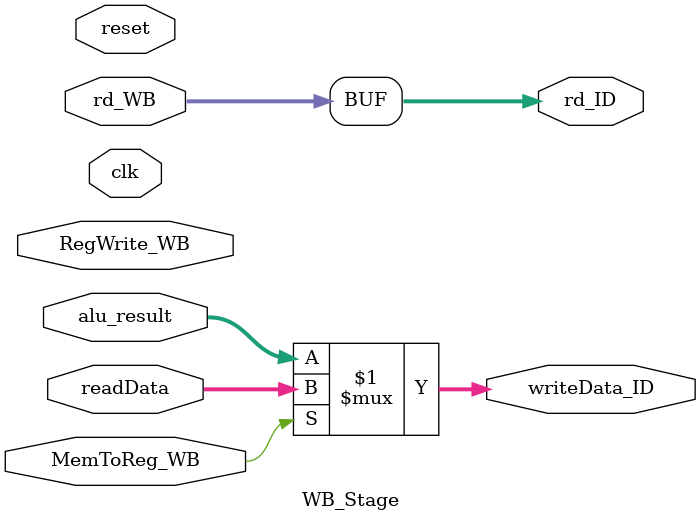
<source format=v>
module WB_Stage(
    input clk, // Clock signal.
    input reset, // Reset signal.
    input[31:0] readData,
    input[31:0] alu_result,
    input MemToReg_WB, // WB control signal.
    input RegWrite_WB, // WB control signal.
    input[4:0] rd_WB,
    output[31:0] writeData_ID,
    output[4:0] rd_ID
);
    assign writeData_ID = MemToReg_WB ? readData : alu_result;
    assign rd_ID = rd_WB;
endmodule
</source>
